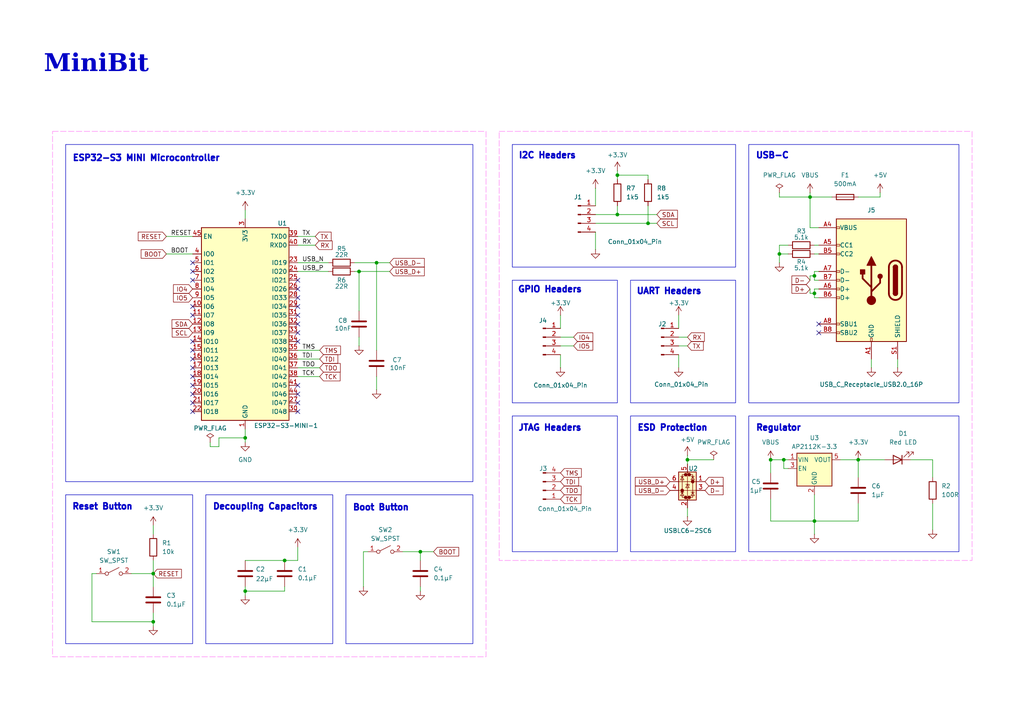
<source format=kicad_sch>
(kicad_sch (version 20231120) (generator "eeschema") (generator_version "8.0")
  (paper "A4")
  (title_block (title "MiniBit PCB") (date "2024-11-03") (rev "1.0") (company "Nikolaos Isaak Bitsikas"))
  (lib_symbols
    (symbol "Connector:Conn_01x04_Pin" (pin_names (offset 1.016) hide)
      (property "Reference" "J" (at 0 5.08 0))
      (property "Value" "Conn_01x04_Pin" (at 0 -7.62 0))
      (symbol "Conn_01x04_Pin_1_1"
        (polyline (pts (xy 1.27 -5.08) (xy 0.8636 -5.08)) (stroke (width 0.1524)))
        (polyline (pts (xy 1.27 -2.54) (xy 0.8636 -2.54)) (stroke (width 0.1524)))
        (polyline (pts (xy 1.27 0) (xy 0.8636 0)) (stroke (width 0.1524)))
        (polyline (pts (xy 1.27 2.54) (xy 0.8636 2.54)) (stroke (width 0.1524)))
        (rectangle (start 0.8636 -4.953) (end 0 -5.207) (stroke (width 0.1524)) (fill (type outline)))
        (rectangle (start 0.8636 -2.413) (end 0 -2.667) (stroke (width 0.1524)) (fill (type outline)))
        (rectangle (start 0.8636 0.127) (end 0 -0.127) (stroke (width 0.1524)) (fill (type outline)))
        (rectangle (start 0.8636 2.667) (end 0 2.413) (stroke (width 0.1524)) (fill (type outline)))
        (pin passive line (at 5.08 2.54 180) (length 3.81) (name "Pin_1") (number "1"))
        (pin passive line (at 5.08 0 180) (length 3.81) (name "Pin_2") (number "2"))
        (pin passive line (at 5.08 -2.54 180) (length 3.81) (name "Pin_3") (number "3"))
        (pin passive line (at 5.08 -5.08 180) (length 3.81) (name "Pin_4") (number "4"))
      )
    )
    (symbol "Connector:USB_C_Receptacle_USB2.0_16P" (pin_names (offset 1.016))
      (property "Reference" "J" (at 0 22.225 0))
      (property "Value" "USB_C_Receptacle_USB2.0_16P" (at 0 19.685 0))
      (symbol "USB_C_Receptacle_USB2.0_16P_0_0"
        (rectangle (start -0.254 -17.78) (end 0.254 -16.764))
        (rectangle (start 10.16 -14.986) (end 9.144 -15.494))
        (rectangle (start 10.16 -12.446) (end 9.144 -12.954))
        (rectangle (start 10.16 -4.826) (end 9.144 -5.334))
        (rectangle (start 10.16 -2.286) (end 9.144 -2.794))
        (rectangle (start 10.16 0.254) (end 9.144 -0.254))
        (rectangle (start 10.16 2.794) (end 9.144 2.286))
        (rectangle (start 10.16 7.874) (end 9.144 7.366))
        (rectangle (start 10.16 10.414) (end 9.144 9.906))
        (rectangle (start 10.16 15.494) (end 9.144 14.986))
      )
      (symbol "USB_C_Receptacle_USB2.0_16P_0_1"
        (rectangle (start -10.16 17.78) (end 10.16 -17.78) (stroke (width 0.254)) (fill (type background)))
        (arc (start -8.89 -3.81) (mid -6.985 -5.7067) (end -5.08 -3.81) (stroke (width 0.508)))
        (arc (start -7.62 -3.81) (mid -6.985 -4.4423) (end -6.35 -3.81) (stroke (width 0.254)))
        (arc (start -7.62 -3.81) (mid -6.985 -4.4423) (end -6.35 -3.81) (stroke (width 0.254)) (fill (type outline)))
        (rectangle (start -7.62 -3.81) (end -6.35 3.81) (stroke (width 0.254)) (fill (type outline)))
        (arc (start -6.35 3.81) (mid -6.985 4.4423) (end -7.62 3.81) (stroke (width 0.254)))
        (arc (start -6.35 3.81) (mid -6.985 4.4423) (end -7.62 3.81) (stroke (width 0.254)) (fill (type outline)))
        (arc (start -5.08 3.81) (mid -6.985 5.7067) (end -8.89 3.81) (stroke (width 0.508)))
        (circle (center -2.54 1.143) (radius 0.635) (stroke (width 0.254)) (fill (type outline)))
        (circle (center 0 -5.842) (radius 1.27) (fill (type outline)))
        (polyline (pts (xy -8.89 -3.81) (xy -8.89 3.81)) (stroke (width 0.508)))
        (polyline (pts (xy -5.08 3.81) (xy -5.08 -3.81)) (stroke (width 0.508)))
        (polyline (pts (xy 0 -5.842) (xy 0 4.318)) (stroke (width 0.508)))
        (polyline (pts (xy 0 -3.302) (xy -2.54 -0.762) (xy -2.54 0.508)) (stroke (width 0.508)))
        (polyline (pts (xy 0 -2.032) (xy 2.54 0.508) (xy 2.54 1.778)) (stroke (width 0.508)))
        (polyline (pts (xy -1.27 4.318) (xy 0 6.858) (xy 1.27 4.318) (xy -1.27 4.318)) (stroke (width 0.254)) (fill (type outline)))
        (rectangle (start 1.905 1.778) (end 3.175 3.048) (stroke (width 0.254)) (fill (type outline)))
      )
      (symbol "USB_C_Receptacle_USB2.0_16P_1_1"
        (pin passive line (at 0 -22.86 90) (length 5.08) (name "GND") (number "A1"))
        (pin passive line (at 0 -22.86 90) (length 5.08) hide (name "GND") (number "A12"))
        (pin passive line (at 15.24 15.24 180) (length 5.08) (name "VBUS") (number "A4"))
        (pin bidirectional line (at 15.24 10.16 180) (length 5.08) (name "CC1") (number "A5"))
        (pin bidirectional line (at 15.24 -2.54 180) (length 5.08) (name "D+") (number "A6"))
        (pin bidirectional line (at 15.24 2.54 180) (length 5.08) (name "D-") (number "A7"))
        (pin bidirectional line (at 15.24 -12.7 180) (length 5.08) (name "SBU1") (number "A8"))
        (pin passive line (at 15.24 15.24 180) (length 5.08) hide (name "VBUS") (number "A9"))
        (pin passive line (at 0 -22.86 90) (length 5.08) hide (name "GND") (number "B1"))
        (pin passive line (at 0 -22.86 90) (length 5.08) hide (name "GND") (number "B12"))
        (pin passive line (at 15.24 15.24 180) (length 5.08) hide (name "VBUS") (number "B4"))
        (pin bidirectional line (at 15.24 7.62 180) (length 5.08) (name "CC2") (number "B5"))
        (pin bidirectional line (at 15.24 -5.08 180) (length 5.08) (name "D+") (number "B6"))
        (pin bidirectional line (at 15.24 0 180) (length 5.08) (name "D-") (number "B7"))
        (pin bidirectional line (at 15.24 -15.24 180) (length 5.08) (name "SBU2") (number "B8"))
        (pin passive line (at 15.24 15.24 180) (length 5.08) hide (name "VBUS") (number "B9"))
        (pin passive line (at -7.62 -22.86 90) (length 5.08) (name "SHIELD") (number "S1"))
      )
    )
    (symbol "Device:C" (pin_numbers hide) (pin_names (offset 0.254))
      (property "Reference" "C" (at 0.635 2.54 0))
      (property "Value" "C" (at 0.635 -2.54 0))
      (symbol "C_0_1"
        (polyline (pts (xy -2.032 -0.762) (xy 2.032 -0.762)) (stroke (width 0.508)))
        (polyline (pts (xy -2.032 0.762) (xy 2.032 0.762)) (stroke (width 0.508)))
      )
      (symbol "C_1_1"
        (pin passive line (at 0 3.81 270) (length 2.794) (name "~") (number "1"))
        (pin passive line (at 0 -3.81 90) (length 2.794) (name "~") (number "2"))
      )
    )
    (symbol "Device:Fuse" (pin_numbers hide) (pin_names (offset 0))
      (property "Reference" "F" (at 2.032 0 90))
      (property "Value" "Fuse" (at -1.905 0 90))
      (symbol "Fuse_0_1"
        (rectangle (start -0.762 -2.54) (end 0.762 2.54) (stroke (width 0.254)))
        (polyline (pts (xy 0 2.54) (xy 0 -2.54)))
      )
      (symbol "Fuse_1_1"
        (pin passive line (at 0 3.81 270) (length 1.27) (name "~") (number "1"))
        (pin passive line (at 0 -3.81 90) (length 1.27) (name "~") (number "2"))
      )
    )
    (symbol "Device:LED" (pin_numbers hide) (pin_names (offset 1.016) hide)
      (property "Reference" "D" (at 0 2.54 0))
      (property "Value" "LED" (at 0 -2.54 0))
      (symbol "LED_0_1"
        (polyline (pts (xy -1.27 -1.27) (xy -1.27 1.27)) (stroke (width 0.254)))
        (polyline (pts (xy -1.27 0) (xy 1.27 0)))
        (polyline (pts (xy 1.27 -1.27) (xy 1.27 1.27) (xy -1.27 0) (xy 1.27 -1.27)) (stroke (width 0.254)))
        (polyline (pts (xy -3.048 -0.762) (xy -4.572 -2.286) (xy -3.81 -2.286) (xy -4.572 -2.286) (xy -4.572 -1.524)))
        (polyline (pts (xy -1.778 -0.762) (xy -3.302 -2.286) (xy -2.54 -2.286) (xy -3.302 -2.286) (xy -3.302 -1.524)))
      )
      (symbol "LED_1_1"
        (pin passive line (at -3.81 0 0) (length 2.54) (name "K") (number "1"))
        (pin passive line (at 3.81 0 180) (length 2.54) (name "A") (number "2"))
      )
    )
    (symbol "Device:R" (pin_numbers hide) (pin_names (offset 0))
      (property "Reference" "R" (at 2.032 0 90))
      (property "Value" "R" (at 0 0 90))
      (symbol "R_0_1"
        (rectangle (start -1.016 -2.54) (end 1.016 2.54) (stroke (width 0.254)))
      )
      (symbol "R_1_1"
        (pin passive line (at 0 3.81 270) (length 1.27) (name "~") (number "1"))
        (pin passive line (at 0 -3.81 90) (length 1.27) (name "~") (number "2"))
      )
    )
    (symbol "Power_Protection:USBLC6-2SC6" (pin_names hide)
      (property "Reference" "U" (at 0.635 5.715 0))
      (property "Value" "USBLC6-2SC6" (at 0.635 3.81 0))
      (symbol "USBLC6-2SC6_0_0"
        (circle (center -1.524 0) (radius 0.0001) (stroke (width 0.508)))
        (circle (center -0.508 -4.572) (radius 0.0001) (stroke (width 0.508)))
        (circle (center -0.508 2.032) (radius 0.0001) (stroke (width 0.508)))
        (circle (center 0.508 -4.572) (radius 0.0001) (stroke (width 0.508)))
        (circle (center 0.508 2.032) (radius 0.0001) (stroke (width 0.508)))
        (circle (center 1.524 -2.54) (radius 0.0001) (stroke (width 0.508)))
      )
      (symbol "USBLC6-2SC6_0_1"
        (polyline (pts (xy -2.54 -2.54) (xy 2.54 -2.54)))
        (polyline (pts (xy -2.54 0) (xy 2.54 0)))
        (polyline (pts (xy -2.032 -3.048) (xy -1.016 -3.048)))
        (polyline (pts (xy -1.016 1.524) (xy -2.032 1.524)))
        (polyline (pts (xy 1.016 -3.048) (xy 2.032 -3.048)))
        (polyline (pts (xy 1.016 1.524) (xy 2.032 1.524)))
        (polyline (pts (xy -0.508 -1.143) (xy -0.508 -0.762) (xy 0.508 -0.762)))
        (polyline (pts (xy -2.032 0.508) (xy -1.016 0.508) (xy -1.524 1.524) (xy -2.032 0.508)))
        (polyline (pts (xy -1.016 -4.064) (xy -2.032 -4.064) (xy -1.524 -3.048) (xy -1.016 -4.064)))
        (polyline (pts (xy 0.508 -1.778) (xy -0.508 -1.778) (xy 0 -0.762) (xy 0.508 -1.778)))
        (polyline (pts (xy 2.032 -4.064) (xy 1.016 -4.064) (xy 1.524 -3.048) (xy 2.032 -4.064)))
        (polyline (pts (xy 2.032 0.508) (xy 1.016 0.508) (xy 1.524 1.524) (xy 2.032 0.508)))
        (polyline (pts (xy 0 2.54) (xy -0.508 2.032) (xy 0.508 2.032) (xy 0 1.524) (xy 0 -4.064) (xy -0.508 -4.572) (xy 0.508 -4.572) (xy 0 -5.08)))
      )
      (symbol "USBLC6-2SC6_1_1"
        (rectangle (start -2.54 2.794) (end 2.54 -5.334) (stroke (width 0.254)) (fill (type background)))
        (polyline (pts (xy -0.508 2.032) (xy -1.524 2.032) (xy -1.524 -4.572) (xy -0.508 -4.572)))
        (polyline (pts (xy 0.508 -4.572) (xy 1.524 -4.572) (xy 1.524 2.032) (xy 0.508 2.032)))
        (pin passive line (at -5.08 0 0) (length 2.54) (name "I/O1") (number "1"))
        (pin passive line (at 0 -7.62 90) (length 2.54) (name "GND") (number "2"))
        (pin passive line (at -5.08 -2.54 0) (length 2.54) (name "I/O2") (number "3"))
        (pin passive line (at 5.08 -2.54 180) (length 2.54) (name "I/O2") (number "4"))
        (pin passive line (at 0 5.08 270) (length 2.54) (name "VBUS") (number "5"))
        (pin passive line (at 5.08 0 180) (length 2.54) (name "I/O1") (number "6"))
      )
    )
    (symbol "RF_Module:ESP32-S3-MINI-1"
      (property "Reference" "U" (at -11.43 29.21 0))
      (property "Value" "ESP32-S3-MINI-1" (at 12.7 29.21 0))
      (symbol "ESP32-S3-MINI-1_0_1"
        (rectangle (start -12.7 27.94) (end 12.7 -27.94) (stroke (width 0.254)) (fill (type background)))
      )
      (symbol "ESP32-S3-MINI-1_1_1"
        (pin power_in line (at 0 -30.48 90) (length 2.54) (name "GND") (number "1"))
        (pin bidirectional line (at -15.24 5.08 0) (length 2.54) (name "IO6") (number "10"))
        (pin bidirectional line (at -15.24 2.54 0) (length 2.54) (name "IO7") (number "11"))
        (pin bidirectional line (at -15.24 0 0) (length 2.54) (name "IO8") (number "12"))
        (pin bidirectional line (at -15.24 -2.54 0) (length 2.54) (name "IO9") (number "13"))
        (pin bidirectional line (at -15.24 -5.08 0) (length 2.54) (name "IO10") (number "14"))
        (pin bidirectional line (at -15.24 -7.62 0) (length 2.54) (name "IO11") (number "15"))
        (pin bidirectional line (at -15.24 -10.16 0) (length 2.54) (name "IO12") (number "16"))
        (pin bidirectional line (at -15.24 -12.7 0) (length 2.54) (name "IO13") (number "17"))
        (pin bidirectional line (at -15.24 -15.24 0) (length 2.54) (name "IO14") (number "18"))
        (pin bidirectional line (at -15.24 -17.78 0) (length 2.54) (name "IO15") (number "19"))
        (pin passive line (at 0 -30.48 90) (length 2.54) hide (name "GND") (number "2"))
        (pin bidirectional line (at -15.24 -20.32 0) (length 2.54) (name "IO16") (number "20"))
        (pin bidirectional line (at -15.24 -22.86 0) (length 2.54) (name "IO17") (number "21"))
        (pin bidirectional line (at -15.24 -25.4 0) (length 2.54) (name "IO18") (number "22"))
        (pin bidirectional line (at 15.24 17.78 180) (length 2.54) (name "IO19") (number "23"))
        (pin bidirectional line (at 15.24 15.24 180) (length 2.54) (name "IO20") (number "24"))
        (pin bidirectional line (at 15.24 12.7 180) (length 2.54) (name "IO21") (number "25"))
        (pin bidirectional line (at 15.24 10.16 180) (length 2.54) (name "IO26") (number "26"))
        (pin bidirectional line (at 15.24 -22.86 180) (length 2.54) (name "IO47") (number "27"))
        (pin bidirectional line (at 15.24 7.62 180) (length 2.54) (name "IO33") (number "28"))
        (pin bidirectional line (at 15.24 5.08 180) (length 2.54) (name "IO34") (number "29"))
        (pin power_in line (at 0 30.48 270) (length 2.54) (name "3V3") (number "3"))
        (pin bidirectional line (at 15.24 -25.4 180) (length 2.54) (name "IO48") (number "30"))
        (pin bidirectional line (at 15.24 2.54 180) (length 2.54) (name "IO35") (number "31"))
        (pin bidirectional line (at 15.24 0 180) (length 2.54) (name "IO36") (number "32"))
        (pin bidirectional line (at 15.24 -2.54 180) (length 2.54) (name "IO37") (number "33"))
        (pin bidirectional line (at 15.24 -5.08 180) (length 2.54) (name "IO38") (number "34"))
        (pin bidirectional line (at 15.24 -7.62 180) (length 2.54) (name "IO39") (number "35"))
        (pin bidirectional line (at 15.24 -10.16 180) (length 2.54) (name "IO40") (number "36"))
        (pin bidirectional line (at 15.24 -12.7 180) (length 2.54) (name "IO41") (number "37"))
        (pin bidirectional line (at 15.24 -15.24 180) (length 2.54) (name "IO42") (number "38"))
        (pin bidirectional line (at 15.24 25.4 180) (length 2.54) (name "TXD0") (number "39"))
        (pin bidirectional line (at -15.24 20.32 0) (length 2.54) (name "IO0") (number "4"))
        (pin bidirectional line (at 15.24 22.86 180) (length 2.54) (name "RXD0") (number "40"))
        (pin bidirectional line (at 15.24 -17.78 180) (length 2.54) (name "IO45") (number "41"))
        (pin passive line (at 0 -30.48 90) (length 2.54) hide (name "GND") (number "42"))
        (pin passive line (at 0 -30.48 90) (length 2.54) hide (name "GND") (number "43"))
        (pin bidirectional line (at 15.24 -20.32 180) (length 2.54) (name "IO46") (number "44"))
        (pin input line (at -15.24 25.4 0) (length 2.54) (name "EN") (number "45"))
        (pin passive line (at 0 -30.48 90) (length 2.54) hide (name "GND") (number "46"))
        (pin passive line (at 0 -30.48 90) (length 2.54) hide (name "GND") (number "47"))
        (pin passive line (at 0 -30.48 90) (length 2.54) hide (name "GND") (number "48"))
        (pin passive line (at 0 -30.48 90) (length 2.54) hide (name "GND") (number "49"))
        (pin bidirectional line (at -15.24 17.78 0) (length 2.54) (name "IO1") (number "5"))
        (pin passive line (at 0 -30.48 90) (length 2.54) hide (name "GND") (number "50"))
        (pin passive line (at 0 -30.48 90) (length 2.54) hide (name "GND") (number "51"))
        (pin passive line (at 0 -30.48 90) (length 2.54) hide (name "GND") (number "52"))
        (pin passive line (at 0 -30.48 90) (length 2.54) hide (name "GND") (number "53"))
        (pin passive line (at 0 -30.48 90) (length 2.54) hide (name "GND") (number "54"))
        (pin passive line (at 0 -30.48 90) (length 2.54) hide (name "GND") (number "55"))
        (pin passive line (at 0 -30.48 90) (length 2.54) hide (name "GND") (number "56"))
        (pin passive line (at 0 -30.48 90) (length 2.54) hide (name "GND") (number "57"))
        (pin passive line (at 0 -30.48 90) (length 2.54) hide (name "GND") (number "58"))
        (pin passive line (at 0 -30.48 90) (length 2.54) hide (name "GND") (number "59"))
        (pin bidirectional line (at -15.24 15.24 0) (length 2.54) (name "IO2") (number "6"))
        (pin passive line (at 0 -30.48 90) (length 2.54) hide (name "GND") (number "60"))
        (pin passive line (at 0 -30.48 90) (length 2.54) hide (name "GND") (number "61"))
        (pin passive line (at 0 -30.48 90) (length 2.54) hide (name "GND") (number "62"))
        (pin passive line (at 0 -30.48 90) (length 2.54) hide (name "GND") (number "63"))
        (pin passive line (at 0 -30.48 90) (length 2.54) hide (name "GND") (number "64"))
        (pin passive line (at 0 -30.48 90) (length 2.54) hide (name "GND") (number "65"))
        (pin bidirectional line (at -15.24 12.7 0) (length 2.54) (name "IO3") (number "7"))
        (pin bidirectional line (at -15.24 10.16 0) (length 2.54) (name "IO4") (number "8"))
        (pin bidirectional line (at -15.24 7.62 0) (length 2.54) (name "IO5") (number "9"))
      )
    )
    (symbol "Regulator_Linear:AP2112K-3.3" (pin_names (offset 0.254))
      (property "Reference" "U" (at -5.08 5.715 0))
      (property "Value" "AP2112K-3.3" (at 0 5.715 0))
      (symbol "AP2112K-3.3_0_1"
        (rectangle (start -5.08 4.445) (end 5.08 -5.08) (stroke (width 0.254)) (fill (type background)))
      )
      (symbol "AP2112K-3.3_1_1"
        (pin power_in line (at -7.62 2.54 0) (length 2.54) (name "VIN") (number "1"))
        (pin power_in line (at 0 -7.62 90) (length 2.54) (name "GND") (number "2"))
        (pin input line (at -7.62 0 0) (length 2.54) (name "EN") (number "3"))
        (pin no_connect line (at 5.08 0 180) (length 2.54) hide (name "NC") (number "4"))
        (pin power_out line (at 7.62 2.54 180) (length 2.54) (name "VOUT") (number "5"))
      )
    )
    (symbol "Switch:SW_SPST" (pin_names (offset 0) hide)
      (property "Reference" "SW" (at 0 3.175 0))
      (property "Value" "SW_SPST" (at 0 -2.54 0))
      (symbol "SW_SPST_0_0"
        (circle (center -2.032 0) (radius 0.508))
        (polyline (pts (xy -1.524 0.254) (xy 1.524 1.778)))
        (circle (center 2.032 0) (radius 0.508))
      )
      (symbol "SW_SPST_1_1"
        (pin passive line (at -5.08 0 0) (length 2.54) (name "A") (number "1"))
        (pin passive line (at 5.08 0 180) (length 2.54) (name "B") (number "2"))
      )
    )
    (symbol "power:+3.3V" (power) (pin_numbers hide) (pin_names (offset 0) hide)
      (property "Value" "+3.3V" (at 0 3.556 0))
      (symbol "+3.3V_0_1"
        (polyline (pts (xy -0.762 1.27) (xy 0 2.54)))
        (polyline (pts (xy 0 0) (xy 0 2.54)))
        (polyline (pts (xy 0 2.54) (xy 0.762 1.27)))
      )
      (symbol "+3.3V_1_1"
        (pin power_in line (at 0 0 90) (length 0) (name "~") (number "1"))
      )
    )
    (symbol "power:+5V" (power) (pin_numbers hide) (pin_names (offset 0) hide)
      (property "Value" "+5V" (at 0 3.556 0))
      (symbol "+5V_0_1"
        (polyline (pts (xy -0.762 1.27) (xy 0 2.54)))
        (polyline (pts (xy 0 0) (xy 0 2.54)))
        (polyline (pts (xy 0 2.54) (xy 0.762 1.27)))
      )
      (symbol "+5V_1_1"
        (pin power_in line (at 0 0 90) (length 0) (name "~") (number "1"))
      )
    )
    (symbol "power:GND" (power) (pin_numbers hide) (pin_names (offset 0) hide)
      (property "Value" "GND" (at 0 -3.81 0))
      (symbol "GND_0_1"
        (polyline (pts (xy 0 0) (xy 0 -1.27) (xy 1.27 -1.27) (xy 0 -2.54) (xy -1.27 -1.27) (xy 0 -1.27)))
      )
      (symbol "GND_1_1"
        (pin power_in line (at 0 0 270) (length 0) (name "~") (number "1"))
      )
    )
    (symbol "power:PWR_FLAG" (power) (pin_numbers hide) (pin_names (offset 0) hide)
      (property "Value" "PWR_FLAG" (at 0 3.81 0))
      (symbol "PWR_FLAG_0_0"
        (pin power_out line (at 0 0 90) (length 0) (name "~") (number "1"))
      )
      (symbol "PWR_FLAG_0_1"
        (polyline (pts (xy 0 0) (xy 0 1.27) (xy -1.016 1.905) (xy 0 2.54) (xy 1.016 1.905) (xy 0 1.27)))
      )
    )
    (symbol "power:VBUS" (power) (pin_numbers hide) (pin_names (offset 0) hide)
      (property "Value" "VBUS" (at 0 3.556 0))
      (symbol "VBUS_0_1"
        (polyline (pts (xy -0.762 1.27) (xy 0 2.54)))
        (polyline (pts (xy 0 0) (xy 0 2.54)))
        (polyline (pts (xy 0 2.54) (xy 0.762 1.27)))
      )
      (symbol "VBUS_1_1"
        (pin power_in line (at 0 0 90) (length 0) (name "~") (number "1"))
      )
    )
  )
  (junction (at 236.22 85.09))
  (junction (at 82.55 162.56))
  (junction (at 104.14 78.74))
  (junction (at 226.06 73.66))
  (junction (at 71.12 127))
  (junction (at 179.07 50.8))
  (junction (at 109.22 76.2))
  (junction (at 179.07 62.23))
  (junction (at 199.39 133.35))
  (junction (at 44.45 166.37))
  (junction (at 44.45 180.34))
  (junction (at 234.95 57.15))
  (junction (at 121.92 160.02))
  (junction (at 248.92 133.35))
  (junction (at 187.96 64.77))
  (junction (at 223.52 133.35))
  (junction (at 236.22 151.13))
  (junction (at 236.22 80.01))
  (junction (at 227.33 133.35))
  (junction (at 71.12 171.45))
  (no_connect (at 55.88 99.06))
  (no_connect (at 55.88 104.14))
  (no_connect (at 86.36 114.3))
  (no_connect (at 86.36 83.82))
  (no_connect (at 55.88 111.76))
  (no_connect (at 237.49 96.52))
  (no_connect (at 86.36 111.76))
  (no_connect (at 55.88 119.38))
  (no_connect (at 55.88 106.68))
  (no_connect (at 55.88 101.6))
  (no_connect (at 86.36 93.98))
  (no_connect (at 86.36 96.52))
  (no_connect (at 86.36 91.44))
  (no_connect (at 55.88 109.22))
  (no_connect (at 55.88 76.2))
  (no_connect (at 86.36 116.84))
  (no_connect (at 86.36 86.36))
  (no_connect (at 86.36 119.38))
  (no_connect (at 55.88 78.74))
  (no_connect (at 237.49 93.98))
  (no_connect (at 55.88 81.28))
  (no_connect (at 86.36 81.28))
  (no_connect (at 86.36 88.9))
  (no_connect (at 55.88 116.84))
  (no_connect (at 86.36 99.06))
  (no_connect (at 55.88 114.3))
  (no_connect (at 55.88 91.44))
  (no_connect (at 55.88 88.9))
  (wire (pts (xy 252.73 104.14) (xy 252.73 106.68)))
  (wire (pts (xy 270.51 133.35) (xy 270.51 138.43)))
  (wire (pts (xy 109.22 109.22) (xy 109.22 113.03)))
  (wire (pts (xy 44.45 177.8) (xy 44.45 180.34)))
  (wire (pts (xy 226.06 57.15) (xy 234.95 57.15)))
  (wire (pts (xy 236.22 85.09) (xy 236.22 86.36)))
  (wire (pts (xy 236.22 80.01) (xy 236.22 81.28)))
  (wire (pts (xy 179.07 50.8) (xy 187.96 50.8)))
  (wire (pts (xy 26.67 166.37) (xy 26.67 180.34)))
  (wire (pts (xy 248.92 133.35) (xy 256.54 133.35)))
  (wire (pts (xy 199.39 147.32) (xy 199.39 149.86)))
  (wire (pts (xy 234.95 57.15) (xy 241.3 57.15)))
  (wire (pts (xy 187.96 64.77) (xy 190.5 64.77)))
  (wire (pts (xy 109.22 76.2) (xy 109.22 101.6)))
  (wire (pts (xy 71.12 162.56) (xy 82.55 162.56)))
  (wire (pts (xy 86.36 76.2) (xy 95.25 76.2)))
  (wire (pts (xy 199.39 133.35) (xy 199.39 134.62)))
  (wire (pts (xy 226.06 73.66) (xy 228.6 73.66)))
  (wire (pts (xy 48.26 68.58) (xy 55.88 68.58)))
  (wire (pts (xy 172.72 62.23) (xy 179.07 62.23)))
  (wire (pts (xy 162.56 97.79) (xy 166.37 97.79)))
  (wire (pts (xy 172.72 64.77) (xy 187.96 64.77)))
  (wire (pts (xy 223.52 151.13) (xy 236.22 151.13)))
  (wire (pts (xy 86.36 104.14) (xy 92.71 104.14)))
  (wire (pts (xy 223.52 133.35) (xy 223.52 137.16)))
  (wire (pts (xy 179.07 49.53) (xy 179.07 50.8)))
  (wire (pts (xy 86.36 68.58) (xy 91.44 68.58)))
  (wire (pts (xy 234.95 80.01) (xy 236.22 80.01)))
  (wire (pts (xy 71.12 171.45) (xy 82.55 171.45)))
  (wire (pts (xy 237.49 83.82) (xy 236.22 83.82)))
  (wire (pts (xy 236.22 151.13) (xy 248.92 151.13)))
  (wire (pts (xy 91.44 71.12) (xy 86.36 71.12)))
  (wire (pts (xy 44.45 152.4) (xy 44.45 154.94)))
  (wire (pts (xy 60.96 128.27) (xy 60.96 129.54)))
  (wire (pts (xy 255.27 57.15) (xy 255.27 55.88)))
  (wire (pts (xy 196.85 100.33) (xy 199.39 100.33)))
  (wire (pts (xy 236.22 151.13) (xy 236.22 154.94)))
  (wire (pts (xy 86.36 101.6) (xy 92.71 101.6)))
  (wire (pts (xy 236.22 71.12) (xy 237.49 71.12)))
  (wire (pts (xy 82.55 170.18) (xy 82.55 171.45)))
  (wire (pts (xy 162.56 102.87) (xy 162.56 106.68)))
  (wire (pts (xy 234.95 55.88) (xy 234.95 57.15)))
  (wire (pts (xy 86.36 158.75) (xy 86.36 162.56)))
  (wire (pts (xy 86.36 109.22) (xy 92.71 109.22)))
  (wire (pts (xy 248.92 146.05) (xy 248.92 151.13)))
  (wire (pts (xy 236.22 143.51) (xy 236.22 151.13)))
  (wire (pts (xy 104.14 97.79) (xy 104.14 100.33)))
  (wire (pts (xy 228.6 135.89) (xy 227.33 135.89)))
  (wire (pts (xy 234.95 83.82) (xy 234.95 85.09)))
  (wire (pts (xy 116.84 160.02) (xy 121.92 160.02)))
  (wire (pts (xy 234.95 81.28) (xy 234.95 80.01)))
  (wire (pts (xy 44.45 162.56) (xy 44.45 166.37)))
  (wire (pts (xy 71.12 124.46) (xy 71.12 127)))
  (wire (pts (xy 227.33 135.89) (xy 227.33 133.35)))
  (wire (pts (xy 71.12 171.45) (xy 71.12 172.72)))
  (wire (pts (xy 228.6 71.12) (xy 226.06 71.12)))
  (wire (pts (xy 234.95 85.09) (xy 236.22 85.09)))
  (wire (pts (xy 71.12 60.96) (xy 71.12 63.5)))
  (wire (pts (xy 121.92 160.02) (xy 125.73 160.02)))
  (wire (pts (xy 179.07 62.23) (xy 190.5 62.23)))
  (wire (pts (xy 237.49 66.04) (xy 234.95 66.04)))
  (wire (pts (xy 105.41 160.02) (xy 106.68 160.02)))
  (wire (pts (xy 199.39 132.08) (xy 199.39 133.35)))
  (wire (pts (xy 248.92 57.15) (xy 255.27 57.15)))
  (wire (pts (xy 71.12 170.18) (xy 71.12 171.45)))
  (wire (pts (xy 162.56 91.44) (xy 162.56 95.25)))
  (wire (pts (xy 179.07 59.69) (xy 179.07 62.23)))
  (wire (pts (xy 264.16 133.35) (xy 270.51 133.35)))
  (wire (pts (xy 109.22 76.2) (xy 113.03 76.2)))
  (wire (pts (xy 236.22 81.28) (xy 237.49 81.28)))
  (wire (pts (xy 260.35 104.14) (xy 260.35 106.68)))
  (wire (pts (xy 82.55 162.56) (xy 86.36 162.56)))
  (wire (pts (xy 86.36 78.74) (xy 95.25 78.74)))
  (wire (pts (xy 227.33 133.35) (xy 228.6 133.35)))
  (wire (pts (xy 187.96 59.69) (xy 187.96 64.77)))
  (wire (pts (xy 199.39 133.35) (xy 207.01 133.35)))
  (wire (pts (xy 38.1 166.37) (xy 44.45 166.37)))
  (wire (pts (xy 26.67 166.37) (xy 27.94 166.37)))
  (wire (pts (xy 236.22 73.66) (xy 237.49 73.66)))
  (wire (pts (xy 196.85 97.79) (xy 199.39 97.79)))
  (wire (pts (xy 237.49 78.74) (xy 236.22 78.74)))
  (wire (pts (xy 196.85 102.87) (xy 196.85 106.68)))
  (wire (pts (xy 179.07 50.8) (xy 179.07 52.07)))
  (wire (pts (xy 104.14 78.74) (xy 104.14 90.17)))
  (wire (pts (xy 236.22 78.74) (xy 236.22 80.01)))
  (wire (pts (xy 71.12 127) (xy 71.12 128.27)))
  (wire (pts (xy 63.5 129.54) (xy 63.5 127)))
  (wire (pts (xy 26.67 180.34) (xy 44.45 180.34)))
  (wire (pts (xy 234.95 57.15) (xy 234.95 66.04)))
  (wire (pts (xy 102.87 78.74) (xy 104.14 78.74)))
  (wire (pts (xy 44.45 166.37) (xy 44.45 170.18)))
  (wire (pts (xy 223.52 144.78) (xy 223.52 151.13)))
  (wire (pts (xy 102.87 76.2) (xy 109.22 76.2)))
  (wire (pts (xy 187.96 52.07) (xy 187.96 50.8)))
  (wire (pts (xy 226.06 71.12) (xy 226.06 73.66)))
  (wire (pts (xy 162.56 100.33) (xy 166.37 100.33)))
  (wire (pts (xy 270.51 146.05) (xy 270.51 153.67)))
  (wire (pts (xy 86.36 106.68) (xy 92.71 106.68)))
  (wire (pts (xy 226.06 73.66) (xy 226.06 76.2)))
  (wire (pts (xy 105.41 160.02) (xy 105.41 170.18)))
  (wire (pts (xy 48.26 73.66) (xy 55.88 73.66)))
  (wire (pts (xy 248.92 133.35) (xy 248.92 138.43)))
  (wire (pts (xy 121.92 160.02) (xy 121.92 162.56)))
  (wire (pts (xy 104.14 78.74) (xy 113.03 78.74)))
  (wire (pts (xy 121.92 170.18) (xy 121.92 171.45)))
  (wire (pts (xy 172.72 54.61) (xy 172.72 59.69)))
  (wire (pts (xy 236.22 86.36) (xy 237.49 86.36)))
  (wire (pts (xy 172.72 67.31) (xy 172.72 72.39)))
  (wire (pts (xy 223.52 133.35) (xy 227.33 133.35)))
  (wire (pts (xy 243.84 133.35) (xy 248.92 133.35)))
  (wire (pts (xy 63.5 127) (xy 71.12 127)))
  (wire (pts (xy 236.22 83.82) (xy 236.22 85.09)))
  (wire (pts (xy 226.06 57.15) (xy 226.06 55.88)))
  (wire (pts (xy 60.96 129.54) (xy 63.5 129.54)))
  (wire (pts (xy 196.85 91.44) (xy 196.85 95.25)))
  (wire (pts (xy 44.45 180.34) (xy 44.45 181.61)))
  (rectangle (start 100.33 143.51) (end 137.16 186.69))
  (rectangle (start 15.24 38.1) (end 140.97 190.5) (stroke (width 0) (type dash) (color 255 127 246 1)))
  (rectangle (start 148.59 120.65) (end 179.07 160.02))
  (rectangle (start 182.88 120.65) (end 213.36 160.02))
  (rectangle (start 144.78 38.1) (end 281.94 162.56) (stroke (width 0) (type dash) (color 255 127 246 1)))
  (rectangle (start 182.88 81.28) (end 213.36 116.84))
  (rectangle (start 148.59 81.28) (end 179.07 116.84))
  (rectangle (start 217.17 120.65) (end 278.13 160.02))
  (rectangle (start 19.05 143.51) (end 55.88 186.69))
  (rectangle (start 19.05 41.91) (end 137.16 139.7))
  (rectangle (start 148.59 41.91) (end 213.36 77.47))
  (rectangle (start 217.17 41.91) (end 278.13 116.84))
  (rectangle (start 59.69 143.51) (end 96.52 186.69))
  (text "GPIO Headers" (at 159.512 84.074 0) (effects (font (size 1.778 1.778) (thickness 0.762) (bold yes))))
  (text "JTAG Headers" (at 159.512 124.206 0) (effects (font (size 1.778 1.778) (thickness 0.762) (bold yes))))
  (text "ESD Protection" (at 195.072 124.206 0) (effects (font (size 1.778 1.778) (thickness 0.762) (bold yes))))
  (text "I2C Headers" (at 158.75 45.212 0) (effects (font (size 1.778 1.778) (thickness 0.762) (bold yes))))
  (text "Boot Button" (at 110.49 147.32 0) (effects (font (size 1.778 1.778) (thickness 0.762) (bold yes))))
  (text "Reset Button" (at 29.718 147.066 0) (effects (font (size 1.778 1.778) (thickness 0.762) (bold yes))))
  (text "ESP32-S3 MINI Microcontroller" (at 42.418 45.974 0) (effects (font (size 1.778 1.778) (thickness 0.762) (bold yes))))
  (text "MiniBit" (at 27.94 20.066 0) (effects (font (size 5.08 5.08) (thickness 1.016) (bold yes))))
  (text "Decoupling Capacitors\n" (at 76.962 147.066 0) (effects (font (size 1.778 1.778) (thickness 0.762) (bold yes))))
  (text "USB-C" (at 224.028 45.212 0) (effects (font (size 1.778 1.778) (thickness 0.762) (bold yes))))
  (text "Regulator" (at 225.806 124.206 0) (effects (font (size 1.778 1.778) (thickness 0.762) (bold yes))))
  (text "UART Headers" (at 194.056 84.582 0) (effects (font (size 1.778 1.778) (thickness 0.762) (bold yes))))
  (label "TMS" (at 87.63 101.6 0))
  (label "RESET" (at 49.53 68.58 0))
  (label "TDO" (at 87.63 106.68 0))
  (label "USB_P" (at 87.63 78.74 0))
  (label "TDI" (at 87.63 104.14 0))
  (label "BOOT" (at 49.53 73.66 0))
  (label "USB_N" (at 87.63 76.2 0))
  (label "TX" (at 87.63 68.58 0))
  (label "TCK" (at 87.63 109.22 0))
  (label "RX" (at 87.63 71.12 0))
  (global_label "IO4" (shape input) (at 166.37 97.79 0) (property "Intersheetrefs" "${INTERSHEET_REFS}" (effects (hide yes))))
  (global_label "RX" (shape input) (at 199.39 97.79 0) (property "Intersheetrefs" "${INTERSHEET_REFS}" (effects (hide yes))))
  (global_label "SDA" (shape input) (at 55.88 93.98 180) (property "Intersheetrefs" "${INTERSHEET_REFS}" (effects (hide yes))))
  (global_label "RESET" (shape input) (at 44.45 166.37 0) (property "Intersheetrefs" "${INTERSHEET_REFS}" (effects (hide yes))))
  (global_label "IO5" (shape input) (at 55.88 86.36 180) (property "Intersheetrefs" "${INTERSHEET_REFS}" (effects (hide yes))))
  (global_label "RX" (shape input) (at 91.44 71.12 0) (property "Intersheetrefs" "${INTERSHEET_REFS}" (effects (hide yes))))
  (global_label "TMS" (shape input) (at 162.56 137.16 0) (property "Intersheetrefs" "${INTERSHEET_REFS}" (effects (hide yes))))
  (global_label "TDO" (shape input) (at 92.71 106.68 0) (property "Intersheetrefs" "${INTERSHEET_REFS}" (effects (hide yes))))
  (global_label "SCL" (shape input) (at 190.5 64.77 0) (property "Intersheetrefs" "${INTERSHEET_REFS}" (effects (hide yes))))
  (global_label "USB_D-" (shape input) (at 113.03 76.2 0) (property "Intersheetrefs" "${INTERSHEET_REFS}" (effects (hide yes))))
  (global_label "IO5" (shape input) (at 166.37 100.33 0) (property "Intersheetrefs" "${INTERSHEET_REFS}" (effects (hide yes))))
  (global_label "TX" (shape input) (at 199.39 100.33 0) (property "Intersheetrefs" "${INTERSHEET_REFS}" (effects (hide yes))))
  (global_label "TDI" (shape input) (at 162.56 139.7 0) (property "Intersheetrefs" "${INTERSHEET_REFS}" (effects (hide yes))))
  (global_label "TDO" (shape input) (at 162.56 142.24 0) (property "Intersheetrefs" "${INTERSHEET_REFS}" (effects (hide yes))))
  (global_label "TCK" (shape input) (at 162.56 144.78 0) (property "Intersheetrefs" "${INTERSHEET_REFS}" (effects (hide yes))))
  (global_label "D-" (shape input) (at 204.47 142.24 0) (property "Intersheetrefs" "${INTERSHEET_REFS}" (effects (hide yes))))
  (global_label "RESET" (shape input) (at 48.26 68.58 180) (property "Intersheetrefs" "${INTERSHEET_REFS}" (effects (hide yes))))
  (global_label "D+" (shape input) (at 234.95 83.82 180) (property "Intersheetrefs" "${INTERSHEET_REFS}" (effects (hide yes))))
  (global_label "D+" (shape input) (at 204.47 139.7 0) (property "Intersheetrefs" "${INTERSHEET_REFS}" (effects (hide yes))))
  (global_label "USB_D+" (shape input) (at 113.03 78.74 0) (property "Intersheetrefs" "${INTERSHEET_REFS}" (effects (hide yes))))
  (global_label "USB_D-" (shape input) (at 194.31 142.24 180) (property "Intersheetrefs" "${INTERSHEET_REFS}" (effects (hide yes))))
  (global_label "IO4" (shape input) (at 55.88 83.82 180) (property "Intersheetrefs" "${INTERSHEET_REFS}" (effects (hide yes))))
  (global_label "SCL" (shape input) (at 55.88 96.52 180) (property "Intersheetrefs" "${INTERSHEET_REFS}" (effects (hide yes))))
  (global_label "TMS" (shape input) (at 92.71 101.6 0) (property "Intersheetrefs" "${INTERSHEET_REFS}" (effects (hide yes))))
  (global_label "D-" (shape input) (at 234.95 81.28 180) (property "Intersheetrefs" "${INTERSHEET_REFS}" (effects (hide yes))))
  (global_label "BOOT" (shape input) (at 125.73 160.02 0) (property "Intersheetrefs" "${INTERSHEET_REFS}" (effects (hide yes))))
  (global_label "TCK" (shape input) (at 92.71 109.22 0) (property "Intersheetrefs" "${INTERSHEET_REFS}" (effects (hide yes))))
  (global_label "BOOT" (shape input) (at 48.26 73.66 180) (property "Intersheetrefs" "${INTERSHEET_REFS}" (effects (hide yes))))
  (global_label "TX" (shape input) (at 91.44 68.58 0) (property "Intersheetrefs" "${INTERSHEET_REFS}" (effects (hide yes))))
  (global_label "TDI" (shape input) (at 92.71 104.14 0) (property "Intersheetrefs" "${INTERSHEET_REFS}" (effects (hide yes))))
  (global_label "SDA" (shape input) (at 190.5 62.23 0) (property "Intersheetrefs" "${INTERSHEET_REFS}" (effects (hide yes))))
  (global_label "USB_D+" (shape input) (at 194.31 139.7 180) (property "Intersheetrefs" "${INTERSHEET_REFS}" (effects (hide yes))))
  (symbol (lib_id "power:GND") (at 109.22 113.03 0) (unit 1)
    (property "Reference" "#PWR018" (effects (hide yes)))
    (property "Value" "GND" (effects (hide yes)))
    (property "Description" "Power symbol creates a global label with name \"GND\" , ground" (effects (hide yes)))
  )
  (symbol (lib_id "power:+3.3V") (at 172.72 54.61 0) (unit 1)
    (property "Reference" "#PWR023" (effects (hide yes)))
    (property "Value" "+3.3V" (at 172.72 49.53 0))
    (property "Description" "Power symbol creates a global label with name \"+3.3V\"" (effects (hide yes)))
  )
  (symbol (lib_id "power:+5V") (at 199.39 132.08 0) (unit 1)
    (property "Reference" "#PWR09" (effects (hide yes)))
    (property "Value" "+5V" (at 199.39 127.508 0))
    (property "Description" "Power symbol creates a global label with name \"+5V\"" (effects (hide yes)))
  )
  (symbol (lib_id "Device:C") (at 223.52 140.97 0) (unit 1)
    (property "Reference" "C5" (at 217.932 139.7 0) (effects (justify left)))
    (property "Value" "1μF" (at 217.424 142.24 0) (effects (justify left)))
    (property "Footprint" "Capacitor_SMD:C_0402_1005Metric" (effects (hide yes)))
    (property "Description" "Unpolarized capacitor" (effects (hide yes)))
  )
  (symbol (lib_id "Device:C") (at 44.45 173.99 0) (unit 1)
    (property "Reference" "C3" (at 48.26 172.7199 0) (effects (justify left)))
    (property "Value" "0.1μF" (at 48.26 175.2599 0) (effects (justify left)))
    (property "Footprint" "Capacitor_SMD:C_0402_1005Metric" (effects (hide yes)))
    (property "Description" "Unpolarized capacitor" (effects (hide yes)))
  )
  (symbol (lib_id "Device:R") (at 179.07 55.88 0) (unit 1)
    (property "Reference" "R7" (at 181.61 54.6099 0) (effects (justify left)))
    (property "Value" "1k5" (at 181.61 57.1499 0) (effects (justify left)))
    (property "Footprint" "Resistor_SMD:R_0603_1608Metric" (effects (hide yes)))
    (property "Description" "Resistor" (effects (hide yes)))
  )
  (symbol (lib_id "power:+3.3V") (at 162.56 91.44 0) (unit 1)
    (property "Reference" "#PWR026" (effects (hide yes)))
    (property "Value" "+3.3V" (at 162.56 87.884 0))
    (property "Description" "Power symbol creates a global label with name \"+3.3V\"" (effects (hide yes)))
  )
  (symbol (lib_id "Device:R") (at 99.06 76.2 90) (unit 1)
    (property "Reference" "R5" (at 99.06 72.136 90))
    (property "Value" "22R" (at 99.06 73.914 90))
    (property "Footprint" "Resistor_SMD:R_0603_1608Metric" (effects (hide yes)))
    (property "Description" "Resistor" (effects (hide yes)))
  )
  (symbol (lib_id "Connector:USB_C_Receptacle_USB2.0_16P") (at 252.73 81.28 0) (mirror y) (unit 1)
    (property "Reference" "J5" (at 252.73 60.96 0))
    (property "Value" "USB_C_Receptacle_USB2.0_16P" (at 252.73 111.506 0))
    (property "Footprint" "Connector_USB:USB_C_Receptacle_GCT_USB4105-xx-A_16P_TopMnt_Horizontal" (effects (hide yes)))
    (property "Datasheet" "https://www.usb.org/sites/default/files/documents/usb_type-c.zip" (effects (hide yes)))
    (property "Description" "USB 2.0-only 16P Type-C Receptacle connector" (effects (hide yes)))
  )
  (symbol (lib_id "power:GND") (at 44.45 181.61 0) (unit 1)
    (property "Reference" "#PWR05" (effects (hide yes)))
    (property "Value" "GND" (effects (hide yes)))
    (property "Description" "Power symbol creates a global label with name \"GND\" , ground" (effects (hide yes)))
  )
  (symbol (lib_id "Device:LED") (at 260.35 133.35 180) (unit 1)
    (property "Reference" "D1" (at 261.9375 125.73 0))
    (property "Value" "Red LED" (at 261.9375 128.27 0))
    (property "Footprint" "LED_SMD:LED_0603_1608Metric" (effects (hide yes)))
    (property "Description" "Light emitting diode" (effects (hide yes)))
  )
  (symbol (lib_id "Device:R") (at 232.41 71.12 90) (unit 1)
    (property "Reference" "R3" (at 232.41 67.056 90))
    (property "Value" "5.1k" (at 232.41 68.834 90))
    (property "Footprint" "Resistor_SMD:R_0402_1005Metric" (effects (hide yes)))
    (property "Description" "Resistor" (effects (hide yes)))
  )
  (symbol (lib_id "power:+5V") (at 255.27 55.88 0) (unit 1)
    (property "Reference" "#PWR012" (effects (hide yes)))
    (property "Value" "+5V" (at 255.27 50.8 0))
    (property "Description" "Power symbol creates a global label with name \"+5V\"" (effects (hide yes)))
  )
  (symbol (lib_id "power:+3.3V") (at 44.45 152.4 0) (unit 1)
    (property "Reference" "#PWR04" (effects (hide yes)))
    (property "Value" "+3.3V" (at 44.45 147.32 0))
    (property "Description" "Power symbol creates a global label with name \"+3.3V\"" (effects (hide yes)))
  )
  (symbol (lib_id "Device:C") (at 104.14 93.98 0) (unit 1)
    (property "Reference" "C8" (at 98.044 92.964 0) (effects (justify left)))
    (property "Value" "10nF" (at 97.028 95.25 0) (effects (justify left)))
    (property "Footprint" "Capacitor_SMD:C_0402_1005Metric" (effects (hide yes)))
    (property "Description" "Unpolarized capacitor" (effects (hide yes)))
  )
  (symbol (lib_id "power:GND") (at 105.41 170.18 0) (unit 1)
    (property "Reference" "#PWR06" (effects (hide yes)))
    (property "Value" "GND" (effects (hide yes)))
    (property "Description" "Power symbol creates a global label with name \"GND\" , ground" (effects (hide yes)))
  )
  (symbol (lib_id "Connector:Conn_01x04_Pin") (at 157.48 142.24 0) (mirror x) (unit 1)
    (property "Reference" "J3" (at 158.75 135.89 0) (effects (justify right)))
    (property "Value" "Conn_01x04_Pin" (at 171.704 147.574 0) (effects (justify right)))
    (property "Footprint" "Connector_PinHeader_2.54mm:PinHeader_1x04_P2.54mm_Vertical" (effects (hide yes)))
    (property "Description" "Generic connector, single row, 01x04, script generated" (effects (hide yes)))
  )
  (symbol (lib_id "Device:C") (at 121.92 166.37 0) (unit 1)
    (property "Reference" "C4" (at 125.73 165.0999 0) (effects (justify left)))
    (property "Value" "0.1μF" (at 125.73 167.6399 0) (effects (justify left)))
    (property "Footprint" "Capacitor_SMD:C_0402_1005Metric" (effects (hide yes)))
    (property "Description" "Unpolarized capacitor" (effects (hide yes)))
  )
  (symbol (lib_id "Device:Fuse") (at 245.11 57.15 90) (unit 1)
    (property "Reference" "F1" (at 245.11 50.8 90))
    (property "Value" "500mA" (at 245.11 53.34 90))
    (property "Footprint" "Fuse:Fuse_0402_1005Metric" (effects (hide yes)))
    (property "Description" "Fuse" (effects (hide yes)))
  )
  (symbol (lib_id "RF_Module:ESP32-S3-MINI-1") (at 71.12 93.98 0) (unit 1)
    (property "Reference" "U1" (at 80.518 64.77 0) (effects (justify left)))
    (property "Value" "ESP32-S3-MINI-1" (at 73.66 123.444 0) (effects (justify left)))
    (property "Footprint" "RF_Module:ESP32-S2-MINI-1" (effects (hide yes)))
    (property "Datasheet" "https://www.espressif.com/sites/default/files/documentation/esp32-s3-mini-1_mini-1u_datasheet_en.pdf" (effects (hide yes)))
    (property "Description" "RF Module, ESP32-S3 SoC, Wi-Fi 802.11b/g/n, Bluetooth, BLE, 32-bit, 3.3V, SMD, onboard antenna" (effects (hide yes)))
  )
  (symbol (lib_id "power:GND") (at 226.06 76.2 0) (unit 1)
    (property "Reference" "#PWR017" (effects (hide yes)))
    (property "Value" "GND" (effects (hide yes)))
    (property "Description" "Power symbol creates a global label with name \"GND\" , ground" (effects (hide yes)))
  )
  (symbol (lib_id "Regulator_Linear:AP2112K-3.3") (at 236.22 135.89 0) (unit 1)
    (property "Reference" "U3" (at 236.22 127 0))
    (property "Value" "AP2112K-3.3" (at 236.22 129.54 0))
    (property "Footprint" "Package_TO_SOT_SMD:SOT-23-5" (effects (hide yes)))
    (property "Datasheet" "https://www.diodes.com/assets/Datasheets/AP2112.pdf" (effects (hide yes)))
    (property "Description" "600mA low dropout linear regulator, with enable pin, 3.8V-6V input voltage range, 3.3V fixed positive output, SOT-23-5" (effects (hide yes)))
  )
  (symbol (lib_id "power:GND") (at 236.22 154.94 0) (unit 1)
    (property "Reference" "#PWR015" (effects (hide yes)))
    (property "Value" "GND" (effects (hide yes)))
    (property "Description" "Power symbol creates a global label with name \"GND\" , ground" (effects (hide yes)))
  )
  (symbol (lib_id "Device:C") (at 71.12 166.37 0) (unit 1)
    (property "Reference" "C2" (at 74.168 165.1 0) (effects (justify left)))
    (property "Value" "22μF" (at 74.168 167.894 0) (effects (justify left)))
    (property "Footprint" "Capacitor_SMD:C_0805_2012Metric" (effects (hide yes)))
    (property "Description" "Unpolarized capacitor" (effects (hide yes)))
  )
  (symbol (lib_id "power:GND") (at 71.12 172.72 0) (unit 1)
    (property "Reference" "#PWR03" (effects (hide yes)))
    (property "Value" "GND" (effects (hide yes)))
    (property "Description" "Power symbol creates a global label with name \"GND\" , ground" (effects (hide yes)))
  )
  (symbol (lib_id "power:VBUS") (at 234.95 55.88 0) (unit 1)
    (property "Reference" "#PWR011" (effects (hide yes)))
    (property "Value" "VBUS" (at 234.95 50.8 0))
    (property "Description" "Power symbol creates a global label with name \"VBUS\"" (effects (hide yes)))
  )
  (symbol (lib_id "Device:R") (at 99.06 78.74 90) (unit 1)
    (property "Reference" "R6" (at 99.06 81.28 90))
    (property "Value" "22R" (at 99.06 83.058 90))
    (property "Footprint" "Resistor_SMD:R_0603_1608Metric" (effects (hide yes)))
    (property "Description" "Resistor" (effects (hide yes)))
  )
  (symbol (lib_id "power:+3.3V") (at 248.92 133.35 0) (unit 1)
    (property "Reference" "#PWR014" (effects (hide yes)))
    (property "Value" "+3.3V" (at 248.92 128.27 0))
    (property "Description" "Power symbol creates a global label with name \"+3.3V\"" (effects (hide yes)))
  )
  (symbol (lib_id "power:GND") (at 252.73 106.68 0) (unit 1)
    (property "Reference" "#PWR010" (effects (hide yes)))
    (property "Value" "GND" (effects (hide yes)))
    (property "Description" "Power symbol creates a global label with name \"GND\" , ground" (effects (hide yes)))
  )
  (symbol (lib_id "Device:C") (at 248.92 142.24 0) (unit 1)
    (property "Reference" "C6" (at 252.73 140.9699 0) (effects (justify left)))
    (property "Value" "1μF" (at 252.73 143.5099 0) (effects (justify left)))
    (property "Footprint" "Capacitor_SMD:C_0402_1005Metric" (effects (hide yes)))
    (property "Description" "Unpolarized capacitor" (effects (hide yes)))
  )
  (symbol (lib_id "Power_Protection:USBLC6-2SC6") (at 199.39 139.7 0) (mirror y) (unit 1)
    (property "Reference" "U2" (at 202.438 135.89 0) (effects (justify left)))
    (property "Value" "USBLC6-2SC6" (at 206.502 153.924 0) (effects (justify left)))
    (property "Footprint" "Package_TO_SOT_SMD:SOT-23-6" (effects (hide yes)))
    (property "Datasheet" "https://www.st.com/resource/en/datasheet/usblc6-2.pdf" (effects (hide yes)))
    (property "Description" "Very low capacitance ESD protection diode, 2 data-line, SOT-23-6" (effects (hide yes)))
  )
  (symbol (lib_id "power:+3.3V") (at 196.85 91.44 0) (mirror y) (unit 1)
    (property "Reference" "#PWR021" (effects (hide yes)))
    (property "Value" "+3.3V" (at 196.85 87.884 0))
    (property "Description" "Power symbol creates a global label with name \"+3.3V\"" (effects (hide yes)))
  )
  (symbol (lib_id "Device:R") (at 232.41 73.66 90) (unit 1)
    (property "Reference" "R4" (at 232.41 75.946 90))
    (property "Value" "5.1k" (at 232.41 77.724 90))
    (property "Footprint" "Resistor_SMD:R_0402_1005Metric" (effects (hide yes)))
    (property "Description" "Resistor" (effects (hide yes)))
  )
  (symbol (lib_id "power:PWR_FLAG") (at 207.01 133.35 0) (unit 1)
    (property "Reference" "#FLG01" (effects (hide yes)))
    (property "Value" "PWR_FLAG" (at 207.01 128.27 0))
    (property "Description" "Special symbol for telling ERC where power comes from" (effects (hide yes)))
  )
  (symbol (lib_id "power:GND") (at 260.35 106.68 0) (unit 1)
    (property "Reference" "#PWR028" (effects (hide yes)))
    (property "Value" "GND" (effects (hide yes)))
    (property "Description" "Power symbol creates a global label with name \"GND\" , ground" (effects (hide yes)))
  )
  (symbol (lib_id "Device:R") (at 44.45 158.75 0) (unit 1)
    (property "Reference" "R1" (at 46.99 157.4799 0) (effects (justify left)))
    (property "Value" "10k" (at 46.99 160.0199 0) (effects (justify left)))
    (property "Footprint" "Resistor_SMD:R_0402_1005Metric" (effects (hide yes)))
    (property "Description" "Resistor" (effects (hide yes)))
  )
  (symbol (lib_id "Connector:Conn_01x04_Pin") (at 157.48 97.79 0) (unit 1)
    (property "Reference" "J4" (at 157.48 92.964 0))
    (property "Value" "Conn_01x04_Pin" (at 162.56 111.76 0))
    (property "Footprint" "Connector_PinHeader_2.54mm:PinHeader_1x04_P2.54mm_Vertical" (effects (hide yes)))
    (property "Description" "Generic connector, single row, 01x04, script generated" (effects (hide yes)))
  )
  (symbol (lib_id "power:GND") (at 270.51 153.67 0) (unit 1)
    (property "Reference" "#PWR016" (effects (hide yes)))
    (property "Value" "GND" (effects (hide yes)))
    (property "Description" "Power symbol creates a global label with name \"GND\" , ground" (effects (hide yes)))
  )
  (symbol (lib_id "power:+3.3V") (at 71.12 60.96 0) (unit 1)
    (property "Reference" "#PWR027" (effects (hide yes)))
    (property "Value" "+3.3V" (at 71.12 55.88 0))
    (property "Description" "Power symbol creates a global label with name \"+3.3V\"" (effects (hide yes)))
  )
  (symbol (lib_id "power:GND") (at 199.39 149.86 0) (unit 1)
    (property "Reference" "#PWR08" (effects (hide yes)))
    (property "Value" "GND" (effects (hide yes)))
    (property "Description" "Power symbol creates a global label with name \"GND\" , ground" (effects (hide yes)))
  )
  (symbol (lib_id "power:GND") (at 162.56 106.68 0) (unit 1)
    (property "Reference" "#PWR025" (effects (hide yes)))
    (property "Value" "GND" (effects (hide yes)))
    (property "Description" "Power symbol creates a global label with name \"GND\" , ground" (effects (hide yes)))
  )
  (symbol (lib_id "Connector:Conn_01x04_Pin") (at 191.77 97.79 0) (unit 1)
    (property "Reference" "J2" (at 193.294 93.98 0) (effects (justify right)))
    (property "Value" "Conn_01x04_Pin" (at 205.486 111.506 0) (effects (justify right)))
    (property "Footprint" "Connector_PinHeader_2.54mm:PinHeader_1x04_P2.54mm_Vertical" (effects (hide yes)))
    (property "Description" "Generic connector, single row, 01x04, script generated" (effects (hide yes)))
  )
  (symbol (lib_id "power:GND") (at 104.14 100.33 0) (unit 1)
    (property "Reference" "#PWR019" (effects (hide yes)))
    (property "Value" "GND" (effects (hide yes)))
    (property "Description" "Power symbol creates a global label with name \"GND\" , ground" (effects (hide yes)))
  )
  (symbol (lib_id "power:PWR_FLAG") (at 226.06 55.88 0) (unit 1)
    (property "Reference" "#FLG02" (effects (hide yes)))
    (property "Value" "PWR_FLAG" (at 226.06 50.8 0))
    (property "Description" "Special symbol for telling ERC where power comes from" (effects (hide yes)))
  )
  (symbol (lib_id "power:+3.3V") (at 86.36 158.75 0) (unit 1)
    (property "Reference" "#PWR02" (effects (hide yes)))
    (property "Value" "+3.3V" (at 86.36 153.67 0))
    (property "Description" "Power symbol creates a global label with name \"+3.3V\"" (effects (hide yes)))
  )
  (symbol (lib_id "Device:C") (at 82.55 166.37 0) (unit 1)
    (property "Reference" "C1" (at 86.36 165.0999 0) (effects (justify left)))
    (property "Value" "0.1μF" (at 86.36 167.6399 0) (effects (justify left)))
    (property "Footprint" "Capacitor_SMD:C_0402_1005Metric" (effects (hide yes)))
    (property "Description" "Unpolarized capacitor" (effects (hide yes)))
  )
  (symbol (lib_id "power:GND") (at 196.85 106.68 0) (mirror y) (unit 1)
    (property "Reference" "#PWR020" (effects (hide yes)))
    (property "Value" "GND" (effects (hide yes)))
    (property "Description" "Power symbol creates a global label with name \"GND\" , ground" (effects (hide yes)))
  )
  (symbol (lib_id "power:GND") (at 71.12 128.27 0) (unit 1)
    (property "Reference" "#PWR01" (effects (hide yes)))
    (property "Value" "GND" (at 71.12 133.35 0))
    (property "Description" "Power symbol creates a global label with name \"GND\" , ground" (effects (hide yes)))
  )
  (symbol (lib_id "power:GND") (at 121.92 171.45 0) (unit 1)
    (property "Reference" "#PWR07" (effects (hide yes)))
    (property "Value" "GND" (effects (hide yes)))
    (property "Description" "Power symbol creates a global label with name \"GND\" , ground" (effects (hide yes)))
  )
  (symbol (lib_id "Switch:SW_SPST") (at 111.76 160.02 0) (unit 1)
    (property "Reference" "SW2" (at 111.76 153.67 0))
    (property "Value" "SW_SPST" (at 111.76 156.21 0))
    (property "Footprint" "Button_Switch_SMD:SW_SPST_B3U-1000P" (effects (hide yes)))
    (property "Description" "Single Pole Single Throw (SPST) switch" (effects (hide yes)))
  )
  (symbol (lib_id "Device:R") (at 270.51 142.24 0) (unit 1)
    (property "Reference" "R2" (at 273.05 140.9699 0) (effects (justify left)))
    (property "Value" "100R" (at 273.05 143.5099 0) (effects (justify left)))
    (property "Footprint" "Resistor_SMD:R_0603_1608Metric" (effects (hide yes)))
    (property "Description" "Resistor" (effects (hide yes)))
  )
  (symbol (lib_id "power:GND") (at 172.72 72.39 0) (unit 1)
    (property "Reference" "#PWR024" (effects (hide yes)))
    (property "Value" "GND" (effects (hide yes)))
    (property "Description" "Power symbol creates a global label with name \"GND\" , ground" (effects (hide yes)))
  )
  (symbol (lib_id "Device:R") (at 187.96 55.88 0) (unit 1)
    (property "Reference" "R8" (at 190.5 54.6099 0) (effects (justify left)))
    (property "Value" "1k5" (at 190.5 57.1499 0) (effects (justify left)))
    (property "Footprint" "Resistor_SMD:R_0603_1608Metric" (effects (hide yes)))
    (property "Description" "Resistor" (effects (hide yes)))
  )
  (symbol (lib_id "power:VBUS") (at 223.52 133.35 0) (unit 1)
    (property "Reference" "#PWR013" (effects (hide yes)))
    (property "Value" "VBUS" (at 223.52 128.27 0))
    (property "Description" "Power symbol creates a global label with name \"VBUS\"" (effects (hide yes)))
  )
  (symbol (lib_id "Connector:Conn_01x04_Pin") (at 167.64 62.23 0) (unit 1)
    (property "Reference" "J1" (at 167.64 57.15 0))
    (property "Value" "Conn_01x04_Pin" (at 184.15 70.104 0))
    (property "Footprint" "Connector_PinHeader_2.54mm:PinHeader_1x04_P2.54mm_Vertical" (effects (hide yes)))
    (property "Description" "Generic connector, single row, 01x04, script generated" (effects (hide yes)))
  )
  (symbol (lib_id "power:+3.3V") (at 179.07 49.53 0) (unit 1)
    (property "Reference" "#PWR022" (effects (hide yes)))
    (property "Value" "+3.3V" (at 179.07 44.958 0))
    (property "Description" "Power symbol creates a global label with name \"+3.3V\"" (effects (hide yes)))
  )
  (symbol (lib_id "Switch:SW_SPST") (at 33.02 166.37 0) (unit 1)
    (property "Reference" "SW1" (at 33.02 160.02 0))
    (property "Value" "SW_SPST" (at 33.02 162.56 0))
    (property "Footprint" "Button_Switch_SMD:SW_SPST_B3U-1000P" (effects (hide yes)))
    (property "Description" "Single Pole Single Throw (SPST) switch" (effects (hide yes)))
  )
  (symbol (lib_id "power:PWR_FLAG") (at 60.96 128.27 0) (unit 1)
    (property "Reference" "#FLG03" (effects (hide yes)))
    (property "Value" "PWR_FLAG" (at 60.96 124.206 0))
    (property "Description" "Special symbol for telling ERC where power comes from" (effects (hide yes)))
  )
  (symbol (lib_id "Device:C") (at 109.22 105.41 0) (unit 1)
    (property "Reference" "C7" (at 113.792 104.394 0) (effects (justify left)))
    (property "Value" "10nF" (at 113.03 106.6799 0) (effects (justify left)))
    (property "Footprint" "Capacitor_SMD:C_0402_1005Metric" (effects (hide yes)))
    (property "Description" "Unpolarized capacitor" (effects (hide yes)))
  )
)
</source>
